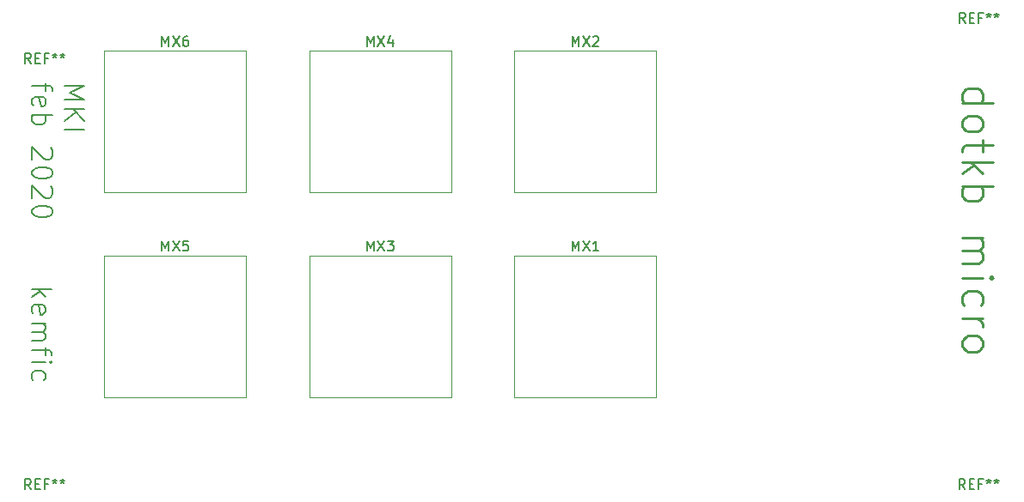
<source format=gbr>
G04 #@! TF.GenerationSoftware,KiCad,Pcbnew,5.1.5-52549c5~84~ubuntu18.04.1*
G04 #@! TF.CreationDate,2020-02-25T00:11:06-08:00*
G04 #@! TF.ProjectId,dotkb_micro,646f746b-625f-46d6-9963-726f2e6b6963,rev?*
G04 #@! TF.SameCoordinates,Original*
G04 #@! TF.FileFunction,Legend,Top*
G04 #@! TF.FilePolarity,Positive*
%FSLAX46Y46*%
G04 Gerber Fmt 4.6, Leading zero omitted, Abs format (unit mm)*
G04 Created by KiCad (PCBNEW 5.1.5-52549c5~84~ubuntu18.04.1) date 2020-02-25 00:11:06*
%MOMM*%
%LPD*%
G04 APERTURE LIST*
%ADD10C,0.150000*%
%ADD11C,0.250000*%
%ADD12C,0.120000*%
G04 APERTURE END LIST*
D10*
X57210438Y-99077966D02*
X59210438Y-99077966D01*
X57972342Y-99268442D02*
X57210438Y-99839871D01*
X58543771Y-99839871D02*
X57781866Y-99077966D01*
X57305676Y-101458919D02*
X57210438Y-101268442D01*
X57210438Y-100887490D01*
X57305676Y-100697014D01*
X57496152Y-100601776D01*
X58258057Y-100601776D01*
X58448533Y-100697014D01*
X58543771Y-100887490D01*
X58543771Y-101268442D01*
X58448533Y-101458919D01*
X58258057Y-101554157D01*
X58067580Y-101554157D01*
X57877104Y-100601776D01*
X57210438Y-102411300D02*
X58543771Y-102411300D01*
X58353295Y-102411300D02*
X58448533Y-102506538D01*
X58543771Y-102697014D01*
X58543771Y-102982728D01*
X58448533Y-103173204D01*
X58258057Y-103268442D01*
X57210438Y-103268442D01*
X58258057Y-103268442D02*
X58448533Y-103363680D01*
X58543771Y-103554157D01*
X58543771Y-103839871D01*
X58448533Y-104030347D01*
X58258057Y-104125585D01*
X57210438Y-104125585D01*
X58543771Y-104792252D02*
X58543771Y-105554157D01*
X57210438Y-105077966D02*
X58924723Y-105077966D01*
X59115200Y-105173204D01*
X59210438Y-105363680D01*
X59210438Y-105554157D01*
X57210438Y-106220823D02*
X58543771Y-106220823D01*
X59210438Y-106220823D02*
X59115200Y-106125585D01*
X59019961Y-106220823D01*
X59115200Y-106316061D01*
X59210438Y-106220823D01*
X59019961Y-106220823D01*
X57305676Y-108030347D02*
X57210438Y-107839871D01*
X57210438Y-107458919D01*
X57305676Y-107268442D01*
X57400914Y-107173204D01*
X57591390Y-107077966D01*
X58162819Y-107077966D01*
X58353295Y-107173204D01*
X58448533Y-107268442D01*
X58543771Y-107458919D01*
X58543771Y-107839871D01*
X58448533Y-108030347D01*
X60411038Y-79008890D02*
X62411038Y-79008890D01*
X60982466Y-79675557D01*
X62411038Y-80342223D01*
X60411038Y-80342223D01*
X60411038Y-81294604D02*
X62411038Y-81294604D01*
X60411038Y-82437461D02*
X61553895Y-81580319D01*
X62411038Y-82437461D02*
X61268180Y-81294604D01*
X60411038Y-83294604D02*
X62411038Y-83294604D01*
X58594371Y-78723176D02*
X58594371Y-79485080D01*
X57261038Y-79008890D02*
X58975323Y-79008890D01*
X59165800Y-79104128D01*
X59261038Y-79294604D01*
X59261038Y-79485080D01*
X57356276Y-80913652D02*
X57261038Y-80723176D01*
X57261038Y-80342223D01*
X57356276Y-80151747D01*
X57546752Y-80056509D01*
X58308657Y-80056509D01*
X58499133Y-80151747D01*
X58594371Y-80342223D01*
X58594371Y-80723176D01*
X58499133Y-80913652D01*
X58308657Y-81008890D01*
X58118180Y-81008890D01*
X57927704Y-80056509D01*
X57261038Y-81866033D02*
X59261038Y-81866033D01*
X58499133Y-81866033D02*
X58594371Y-82056509D01*
X58594371Y-82437461D01*
X58499133Y-82627938D01*
X58403895Y-82723176D01*
X58213419Y-82818414D01*
X57641990Y-82818414D01*
X57451514Y-82723176D01*
X57356276Y-82627938D01*
X57261038Y-82437461D01*
X57261038Y-82056509D01*
X57356276Y-81866033D01*
X59070561Y-85104128D02*
X59165800Y-85199366D01*
X59261038Y-85389842D01*
X59261038Y-85866033D01*
X59165800Y-86056509D01*
X59070561Y-86151747D01*
X58880085Y-86246985D01*
X58689609Y-86246985D01*
X58403895Y-86151747D01*
X57261038Y-85008890D01*
X57261038Y-86246985D01*
X59261038Y-87485080D02*
X59261038Y-87675557D01*
X59165800Y-87866033D01*
X59070561Y-87961271D01*
X58880085Y-88056509D01*
X58499133Y-88151747D01*
X58022942Y-88151747D01*
X57641990Y-88056509D01*
X57451514Y-87961271D01*
X57356276Y-87866033D01*
X57261038Y-87675557D01*
X57261038Y-87485080D01*
X57356276Y-87294604D01*
X57451514Y-87199366D01*
X57641990Y-87104128D01*
X58022942Y-87008890D01*
X58499133Y-87008890D01*
X58880085Y-87104128D01*
X59070561Y-87199366D01*
X59165800Y-87294604D01*
X59261038Y-87485080D01*
X59070561Y-88913652D02*
X59165800Y-89008890D01*
X59261038Y-89199366D01*
X59261038Y-89675557D01*
X59165800Y-89866033D01*
X59070561Y-89961271D01*
X58880085Y-90056509D01*
X58689609Y-90056509D01*
X58403895Y-89961271D01*
X57261038Y-88818414D01*
X57261038Y-90056509D01*
X59261038Y-91294604D02*
X59261038Y-91485080D01*
X59165800Y-91675557D01*
X59070561Y-91770795D01*
X58880085Y-91866033D01*
X58499133Y-91961271D01*
X58022942Y-91961271D01*
X57641990Y-91866033D01*
X57451514Y-91770795D01*
X57356276Y-91675557D01*
X57261038Y-91485080D01*
X57261038Y-91294604D01*
X57356276Y-91104128D01*
X57451514Y-91008890D01*
X57641990Y-90913652D01*
X58022942Y-90818414D01*
X58499133Y-90818414D01*
X58880085Y-90913652D01*
X59070561Y-91008890D01*
X59165800Y-91104128D01*
X59261038Y-91294604D01*
D11*
X148858457Y-80648500D02*
X151858457Y-80648500D01*
X149001314Y-80648500D02*
X148858457Y-80362785D01*
X148858457Y-79791357D01*
X149001314Y-79505642D01*
X149144171Y-79362785D01*
X149429885Y-79219928D01*
X150287028Y-79219928D01*
X150572742Y-79362785D01*
X150715600Y-79505642D01*
X150858457Y-79791357D01*
X150858457Y-80362785D01*
X150715600Y-80648500D01*
X148858457Y-82505642D02*
X149001314Y-82219928D01*
X149144171Y-82077071D01*
X149429885Y-81934214D01*
X150287028Y-81934214D01*
X150572742Y-82077071D01*
X150715600Y-82219928D01*
X150858457Y-82505642D01*
X150858457Y-82934214D01*
X150715600Y-83219928D01*
X150572742Y-83362785D01*
X150287028Y-83505642D01*
X149429885Y-83505642D01*
X149144171Y-83362785D01*
X149001314Y-83219928D01*
X148858457Y-82934214D01*
X148858457Y-82505642D01*
X150858457Y-84362785D02*
X150858457Y-85505642D01*
X151858457Y-84791357D02*
X149287028Y-84791357D01*
X149001314Y-84934214D01*
X148858457Y-85219928D01*
X148858457Y-85505642D01*
X148858457Y-86505642D02*
X151858457Y-86505642D01*
X150001314Y-86791357D02*
X148858457Y-87648500D01*
X150858457Y-87648500D02*
X149715600Y-86505642D01*
X148858457Y-88934214D02*
X151858457Y-88934214D01*
X150715600Y-88934214D02*
X150858457Y-89219928D01*
X150858457Y-89791357D01*
X150715600Y-90077071D01*
X150572742Y-90219928D01*
X150287028Y-90362785D01*
X149429885Y-90362785D01*
X149144171Y-90219928D01*
X149001314Y-90077071D01*
X148858457Y-89791357D01*
X148858457Y-89219928D01*
X149001314Y-88934214D01*
X148858457Y-93934214D02*
X150858457Y-93934214D01*
X150572742Y-93934214D02*
X150715600Y-94077071D01*
X150858457Y-94362785D01*
X150858457Y-94791357D01*
X150715600Y-95077071D01*
X150429885Y-95219928D01*
X148858457Y-95219928D01*
X150429885Y-95219928D02*
X150715600Y-95362785D01*
X150858457Y-95648500D01*
X150858457Y-96077071D01*
X150715600Y-96362785D01*
X150429885Y-96505642D01*
X148858457Y-96505642D01*
X148858457Y-97934214D02*
X150858457Y-97934214D01*
X151858457Y-97934214D02*
X151715600Y-97791357D01*
X151572742Y-97934214D01*
X151715600Y-98077071D01*
X151858457Y-97934214D01*
X151572742Y-97934214D01*
X149001314Y-100648500D02*
X148858457Y-100362785D01*
X148858457Y-99791357D01*
X149001314Y-99505642D01*
X149144171Y-99362785D01*
X149429885Y-99219928D01*
X150287028Y-99219928D01*
X150572742Y-99362785D01*
X150715600Y-99505642D01*
X150858457Y-99791357D01*
X150858457Y-100362785D01*
X150715600Y-100648500D01*
X148858457Y-101934214D02*
X150858457Y-101934214D01*
X150287028Y-101934214D02*
X150572742Y-102077071D01*
X150715600Y-102219928D01*
X150858457Y-102505642D01*
X150858457Y-102791357D01*
X148858457Y-104219928D02*
X149001314Y-103934214D01*
X149144171Y-103791357D01*
X149429885Y-103648500D01*
X150287028Y-103648500D01*
X150572742Y-103791357D01*
X150715600Y-103934214D01*
X150858457Y-104219928D01*
X150858457Y-104648500D01*
X150715600Y-104934214D01*
X150572742Y-105077071D01*
X150287028Y-105219928D01*
X149429885Y-105219928D01*
X149144171Y-105077071D01*
X149001314Y-104934214D01*
X148858457Y-104648500D01*
X148858457Y-104219928D01*
D12*
X104737001Y-109683001D02*
X104737001Y-95713001D01*
X118707001Y-109683001D02*
X104737001Y-109683001D01*
X118707001Y-95713001D02*
X118707001Y-109683001D01*
X104737001Y-95713001D02*
X118707001Y-95713001D01*
X104737001Y-89483001D02*
X104737001Y-75513001D01*
X118707001Y-89483001D02*
X104737001Y-89483001D01*
X118707001Y-75513001D02*
X118707001Y-89483001D01*
X104737001Y-75513001D02*
X118707001Y-75513001D01*
X84537001Y-95713001D02*
X98507001Y-95713001D01*
X98507001Y-95713001D02*
X98507001Y-109683001D01*
X98507001Y-109683001D02*
X84537001Y-109683001D01*
X84537001Y-109683001D02*
X84537001Y-95713001D01*
X84537001Y-75513001D02*
X98507001Y-75513001D01*
X98507001Y-75513001D02*
X98507001Y-89483001D01*
X98507001Y-89483001D02*
X84537001Y-89483001D01*
X84537001Y-89483001D02*
X84537001Y-75513001D01*
X64337001Y-95713001D02*
X78307001Y-95713001D01*
X78307001Y-95713001D02*
X78307001Y-109683001D01*
X78307001Y-109683001D02*
X64337001Y-109683001D01*
X64337001Y-109683001D02*
X64337001Y-95713001D01*
X64337001Y-89483001D02*
X64337001Y-75513001D01*
X78307001Y-89483001D02*
X64337001Y-89483001D01*
X78307001Y-75513001D02*
X78307001Y-89483001D01*
X64337001Y-75513001D02*
X78307001Y-75513001D01*
D10*
X57137466Y-76783580D02*
X56804133Y-76307390D01*
X56566038Y-76783580D02*
X56566038Y-75783580D01*
X56946990Y-75783580D01*
X57042228Y-75831200D01*
X57089847Y-75878819D01*
X57137466Y-75974057D01*
X57137466Y-76116914D01*
X57089847Y-76212152D01*
X57042228Y-76259771D01*
X56946990Y-76307390D01*
X56566038Y-76307390D01*
X57566038Y-76259771D02*
X57899371Y-76259771D01*
X58042228Y-76783580D02*
X57566038Y-76783580D01*
X57566038Y-75783580D01*
X58042228Y-75783580D01*
X58804133Y-76259771D02*
X58470800Y-76259771D01*
X58470800Y-76783580D02*
X58470800Y-75783580D01*
X58946990Y-75783580D01*
X59470800Y-75783580D02*
X59470800Y-76021676D01*
X59232704Y-75926438D02*
X59470800Y-76021676D01*
X59708895Y-75926438D01*
X59327942Y-76212152D02*
X59470800Y-76021676D01*
X59613657Y-76212152D01*
X60232704Y-75783580D02*
X60232704Y-76021676D01*
X59994609Y-75926438D02*
X60232704Y-76021676D01*
X60470800Y-75926438D01*
X60089847Y-76212152D02*
X60232704Y-76021676D01*
X60375561Y-76212152D01*
X57137466Y-118795180D02*
X56804133Y-118318990D01*
X56566038Y-118795180D02*
X56566038Y-117795180D01*
X56946990Y-117795180D01*
X57042228Y-117842800D01*
X57089847Y-117890419D01*
X57137466Y-117985657D01*
X57137466Y-118128514D01*
X57089847Y-118223752D01*
X57042228Y-118271371D01*
X56946990Y-118318990D01*
X56566038Y-118318990D01*
X57566038Y-118271371D02*
X57899371Y-118271371D01*
X58042228Y-118795180D02*
X57566038Y-118795180D01*
X57566038Y-117795180D01*
X58042228Y-117795180D01*
X58804133Y-118271371D02*
X58470800Y-118271371D01*
X58470800Y-118795180D02*
X58470800Y-117795180D01*
X58946990Y-117795180D01*
X59470800Y-117795180D02*
X59470800Y-118033276D01*
X59232704Y-117938038D02*
X59470800Y-118033276D01*
X59708895Y-117938038D01*
X59327942Y-118223752D02*
X59470800Y-118033276D01*
X59613657Y-118223752D01*
X60232704Y-117795180D02*
X60232704Y-118033276D01*
X59994609Y-117938038D02*
X60232704Y-118033276D01*
X60470800Y-117938038D01*
X60089847Y-118223752D02*
X60232704Y-118033276D01*
X60375561Y-118223752D01*
X149124766Y-118795180D02*
X148791433Y-118318990D01*
X148553338Y-118795180D02*
X148553338Y-117795180D01*
X148934290Y-117795180D01*
X149029528Y-117842800D01*
X149077147Y-117890419D01*
X149124766Y-117985657D01*
X149124766Y-118128514D01*
X149077147Y-118223752D01*
X149029528Y-118271371D01*
X148934290Y-118318990D01*
X148553338Y-118318990D01*
X149553338Y-118271371D02*
X149886671Y-118271371D01*
X150029528Y-118795180D02*
X149553338Y-118795180D01*
X149553338Y-117795180D01*
X150029528Y-117795180D01*
X150791433Y-118271371D02*
X150458100Y-118271371D01*
X150458100Y-118795180D02*
X150458100Y-117795180D01*
X150934290Y-117795180D01*
X151458100Y-117795180D02*
X151458100Y-118033276D01*
X151220004Y-117938038D02*
X151458100Y-118033276D01*
X151696195Y-117938038D01*
X151315242Y-118223752D02*
X151458100Y-118033276D01*
X151600957Y-118223752D01*
X152220004Y-117795180D02*
X152220004Y-118033276D01*
X151981909Y-117938038D02*
X152220004Y-118033276D01*
X152458100Y-117938038D01*
X152077147Y-118223752D02*
X152220004Y-118033276D01*
X152362861Y-118223752D01*
X149136266Y-72783580D02*
X148802933Y-72307390D01*
X148564838Y-72783580D02*
X148564838Y-71783580D01*
X148945790Y-71783580D01*
X149041028Y-71831200D01*
X149088647Y-71878819D01*
X149136266Y-71974057D01*
X149136266Y-72116914D01*
X149088647Y-72212152D01*
X149041028Y-72259771D01*
X148945790Y-72307390D01*
X148564838Y-72307390D01*
X149564838Y-72259771D02*
X149898171Y-72259771D01*
X150041028Y-72783580D02*
X149564838Y-72783580D01*
X149564838Y-71783580D01*
X150041028Y-71783580D01*
X150802933Y-72259771D02*
X150469600Y-72259771D01*
X150469600Y-72783580D02*
X150469600Y-71783580D01*
X150945790Y-71783580D01*
X151469600Y-71783580D02*
X151469600Y-72021676D01*
X151231504Y-71926438D02*
X151469600Y-72021676D01*
X151707695Y-71926438D01*
X151326742Y-72212152D02*
X151469600Y-72021676D01*
X151612457Y-72212152D01*
X152231504Y-71783580D02*
X152231504Y-72021676D01*
X151993409Y-71926438D02*
X152231504Y-72021676D01*
X152469600Y-71926438D01*
X152088647Y-72212152D02*
X152231504Y-72021676D01*
X152374361Y-72212152D01*
X110436286Y-95276381D02*
X110436286Y-94276381D01*
X110769620Y-94990667D01*
X111102953Y-94276381D01*
X111102953Y-95276381D01*
X111483905Y-94276381D02*
X112150572Y-95276381D01*
X112150572Y-94276381D02*
X111483905Y-95276381D01*
X113055334Y-95276381D02*
X112483905Y-95276381D01*
X112769620Y-95276381D02*
X112769620Y-94276381D01*
X112674381Y-94419239D01*
X112579143Y-94514477D01*
X112483905Y-94562096D01*
X110436286Y-75076381D02*
X110436286Y-74076381D01*
X110769620Y-74790667D01*
X111102953Y-74076381D01*
X111102953Y-75076381D01*
X111483905Y-74076381D02*
X112150572Y-75076381D01*
X112150572Y-74076381D02*
X111483905Y-75076381D01*
X112483905Y-74171620D02*
X112531524Y-74124001D01*
X112626762Y-74076381D01*
X112864858Y-74076381D01*
X112960096Y-74124001D01*
X113007715Y-74171620D01*
X113055334Y-74266858D01*
X113055334Y-74362096D01*
X113007715Y-74504953D01*
X112436286Y-75076381D01*
X113055334Y-75076381D01*
X90236286Y-95276381D02*
X90236286Y-94276381D01*
X90569620Y-94990667D01*
X90902953Y-94276381D01*
X90902953Y-95276381D01*
X91283905Y-94276381D02*
X91950572Y-95276381D01*
X91950572Y-94276381D02*
X91283905Y-95276381D01*
X92236286Y-94276381D02*
X92855334Y-94276381D01*
X92522001Y-94657334D01*
X92664858Y-94657334D01*
X92760096Y-94704953D01*
X92807715Y-94752572D01*
X92855334Y-94847810D01*
X92855334Y-95085905D01*
X92807715Y-95181143D01*
X92760096Y-95228762D01*
X92664858Y-95276381D01*
X92379143Y-95276381D01*
X92283905Y-95228762D01*
X92236286Y-95181143D01*
X90236286Y-75076381D02*
X90236286Y-74076381D01*
X90569620Y-74790667D01*
X90902953Y-74076381D01*
X90902953Y-75076381D01*
X91283905Y-74076381D02*
X91950572Y-75076381D01*
X91950572Y-74076381D02*
X91283905Y-75076381D01*
X92760096Y-74409715D02*
X92760096Y-75076381D01*
X92522001Y-74028762D02*
X92283905Y-74743048D01*
X92902953Y-74743048D01*
X70036286Y-95276381D02*
X70036286Y-94276381D01*
X70369620Y-94990667D01*
X70702953Y-94276381D01*
X70702953Y-95276381D01*
X71083905Y-94276381D02*
X71750572Y-95276381D01*
X71750572Y-94276381D02*
X71083905Y-95276381D01*
X72607715Y-94276381D02*
X72131524Y-94276381D01*
X72083905Y-94752572D01*
X72131524Y-94704953D01*
X72226762Y-94657334D01*
X72464858Y-94657334D01*
X72560096Y-94704953D01*
X72607715Y-94752572D01*
X72655334Y-94847810D01*
X72655334Y-95085905D01*
X72607715Y-95181143D01*
X72560096Y-95228762D01*
X72464858Y-95276381D01*
X72226762Y-95276381D01*
X72131524Y-95228762D01*
X72083905Y-95181143D01*
X70036286Y-75076381D02*
X70036286Y-74076381D01*
X70369620Y-74790667D01*
X70702953Y-74076381D01*
X70702953Y-75076381D01*
X71083905Y-74076381D02*
X71750572Y-75076381D01*
X71750572Y-74076381D02*
X71083905Y-75076381D01*
X72560096Y-74076381D02*
X72369620Y-74076381D01*
X72274381Y-74124001D01*
X72226762Y-74171620D01*
X72131524Y-74314477D01*
X72083905Y-74504953D01*
X72083905Y-74885905D01*
X72131524Y-74981143D01*
X72179143Y-75028762D01*
X72274381Y-75076381D01*
X72464858Y-75076381D01*
X72560096Y-75028762D01*
X72607715Y-74981143D01*
X72655334Y-74885905D01*
X72655334Y-74647810D01*
X72607715Y-74552572D01*
X72560096Y-74504953D01*
X72464858Y-74457334D01*
X72274381Y-74457334D01*
X72179143Y-74504953D01*
X72131524Y-74552572D01*
X72083905Y-74647810D01*
M02*

</source>
